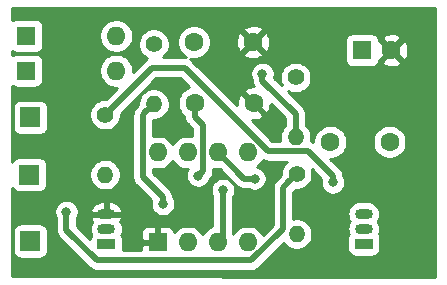
<source format=gbr>
G04 #@! TF.GenerationSoftware,KiCad,Pcbnew,(5.1.9)-1*
G04 #@! TF.CreationDate,2021-05-20T18:11:05+02:00*
G04 #@! TF.ProjectId,ZX81 Composite,5a583831-2043-46f6-9d70-6f736974652e,rev?*
G04 #@! TF.SameCoordinates,Original*
G04 #@! TF.FileFunction,Copper,L2,Bot*
G04 #@! TF.FilePolarity,Positive*
%FSLAX46Y46*%
G04 Gerber Fmt 4.6, Leading zero omitted, Abs format (unit mm)*
G04 Created by KiCad (PCBNEW (5.1.9)-1) date 2021-05-20 18:11:05*
%MOMM*%
%LPD*%
G01*
G04 APERTURE LIST*
G04 #@! TA.AperFunction,ComponentPad*
%ADD10C,1.400000*%
G04 #@! TD*
G04 #@! TA.AperFunction,ComponentPad*
%ADD11O,1.400000X1.400000*%
G04 #@! TD*
G04 #@! TA.AperFunction,ComponentPad*
%ADD12O,1.500000X0.900000*%
G04 #@! TD*
G04 #@! TA.AperFunction,ComponentPad*
%ADD13R,1.500000X0.900000*%
G04 #@! TD*
G04 #@! TA.AperFunction,ComponentPad*
%ADD14O,1.600000X1.600000*%
G04 #@! TD*
G04 #@! TA.AperFunction,ComponentPad*
%ADD15R,1.600000X1.600000*%
G04 #@! TD*
G04 #@! TA.AperFunction,ComponentPad*
%ADD16R,1.700000X1.700000*%
G04 #@! TD*
G04 #@! TA.AperFunction,ComponentPad*
%ADD17C,1.600000*%
G04 #@! TD*
G04 #@! TA.AperFunction,ViaPad*
%ADD18C,0.800000*%
G04 #@! TD*
G04 #@! TA.AperFunction,Conductor*
%ADD19C,0.500000*%
G04 #@! TD*
G04 #@! TA.AperFunction,Conductor*
%ADD20C,0.254000*%
G04 #@! TD*
G04 #@! TA.AperFunction,Conductor*
%ADD21C,0.100000*%
G04 #@! TD*
G04 APERTURE END LIST*
D10*
X63110000Y-51580000D03*
D11*
X63110000Y-56660000D03*
D12*
X63220600Y-61290200D03*
X63220600Y-60020200D03*
D13*
X63220600Y-62560200D03*
D14*
X64058800Y-44907200D03*
D15*
X56438800Y-44907200D03*
X56438800Y-47853600D03*
D14*
X64058800Y-47853600D03*
D16*
X56769000Y-62280800D03*
X56692800Y-56667400D03*
X56769000Y-51816000D03*
D13*
X85013800Y-62509400D03*
D12*
X85013800Y-59969400D03*
X85013800Y-61239400D03*
D17*
X87361400Y-46126400D03*
D15*
X84861400Y-46126400D03*
D17*
X75637400Y-45440600D03*
X70637400Y-45440600D03*
X82194400Y-53873400D03*
X87194400Y-53873400D03*
D10*
X79248000Y-48437800D03*
D11*
X79248000Y-53517800D03*
X79324200Y-61696600D03*
D10*
X79324200Y-56616600D03*
X67233800Y-45618400D03*
D11*
X67233800Y-50698400D03*
D17*
X75688200Y-50622200D03*
X70688200Y-50622200D03*
D14*
X67564000Y-54787800D03*
X75184000Y-62407800D03*
X70104000Y-54787800D03*
X72644000Y-62407800D03*
X72644000Y-54787800D03*
X70104000Y-62407800D03*
X75184000Y-54787800D03*
D15*
X67564000Y-62407800D03*
D18*
X82397600Y-57327800D03*
X70993000Y-56743600D03*
X75768200Y-56997600D03*
X76428600Y-48133000D03*
X73075800Y-57962800D03*
X59842400Y-59817000D03*
X67995800Y-59131200D03*
D19*
X80303286Y-54667801D02*
X76914003Y-54667801D01*
X82397600Y-57327800D02*
X82397600Y-56762115D01*
X82397600Y-56762115D02*
X80303286Y-54667801D01*
X76914003Y-54667801D02*
X69845802Y-47599600D01*
X67090400Y-47599600D02*
X63110000Y-51580000D01*
X69845802Y-47599600D02*
X67090400Y-47599600D01*
X70688200Y-51753570D02*
X70688200Y-50622200D01*
X71392999Y-52458369D02*
X70688200Y-51753570D01*
X71392999Y-56343601D02*
X71392999Y-52458369D01*
X70993000Y-56743600D02*
X71392999Y-56343601D01*
X74853800Y-56997600D02*
X72644000Y-54787800D01*
X75768200Y-56997600D02*
X74853800Y-56997600D01*
X79248000Y-52527851D02*
X79248000Y-53517800D01*
X79248000Y-51518085D02*
X79248000Y-52527851D01*
X76428600Y-48698685D02*
X79248000Y-51518085D01*
X76428600Y-48133000D02*
X76428600Y-48698685D01*
X73075800Y-61976000D02*
X72644000Y-62407800D01*
X73075800Y-57962800D02*
X73075800Y-61976000D01*
X59842400Y-61366400D02*
X62407800Y-63931800D01*
X59842400Y-59817000D02*
X59842400Y-61366400D01*
X78624201Y-57316599D02*
X79324200Y-56616600D01*
X78174199Y-57766601D02*
X78624201Y-57316599D01*
X78174199Y-61267603D02*
X78174199Y-57766601D01*
X75510002Y-63931800D02*
X78174199Y-61267603D01*
X62407800Y-63931800D02*
X75510002Y-63931800D01*
X66533801Y-51398399D02*
X67233800Y-50698400D01*
X66313999Y-51618201D02*
X66533801Y-51398399D01*
X66313999Y-56883714D02*
X66313999Y-51618201D01*
X67995800Y-58565515D02*
X66313999Y-56883714D01*
X67995800Y-59131200D02*
X67995800Y-58565515D01*
D20*
X91033329Y-65303348D02*
X55245297Y-65278852D01*
X55249364Y-61430800D01*
X55280928Y-61430800D01*
X55280928Y-63130800D01*
X55293188Y-63255282D01*
X55329498Y-63374980D01*
X55388463Y-63485294D01*
X55467815Y-63581985D01*
X55564506Y-63661337D01*
X55674820Y-63720302D01*
X55794518Y-63756612D01*
X55919000Y-63768872D01*
X57619000Y-63768872D01*
X57743482Y-63756612D01*
X57863180Y-63720302D01*
X57973494Y-63661337D01*
X58070185Y-63581985D01*
X58149537Y-63485294D01*
X58208502Y-63374980D01*
X58244812Y-63255282D01*
X58257072Y-63130800D01*
X58257072Y-61430800D01*
X58244812Y-61306318D01*
X58208502Y-61186620D01*
X58149537Y-61076306D01*
X58070185Y-60979615D01*
X57973494Y-60900263D01*
X57863180Y-60841298D01*
X57743482Y-60804988D01*
X57619000Y-60792728D01*
X55919000Y-60792728D01*
X55794518Y-60804988D01*
X55674820Y-60841298D01*
X55564506Y-60900263D01*
X55467815Y-60979615D01*
X55388463Y-61076306D01*
X55329498Y-61186620D01*
X55293188Y-61306318D01*
X55280928Y-61430800D01*
X55249364Y-61430800D01*
X55251178Y-59715061D01*
X58807400Y-59715061D01*
X58807400Y-59918939D01*
X58847174Y-60118898D01*
X58925195Y-60307256D01*
X58957400Y-60355455D01*
X58957401Y-61322921D01*
X58953119Y-61366400D01*
X58970205Y-61539890D01*
X59020812Y-61706713D01*
X59102990Y-61860459D01*
X59185868Y-61961446D01*
X59185871Y-61961449D01*
X59213584Y-61995217D01*
X59247351Y-62022929D01*
X61751270Y-64526849D01*
X61778983Y-64560617D01*
X61812751Y-64588330D01*
X61812753Y-64588332D01*
X61884252Y-64647010D01*
X61913741Y-64671211D01*
X62067487Y-64753389D01*
X62234310Y-64803995D01*
X62364323Y-64816800D01*
X62364333Y-64816800D01*
X62407799Y-64821081D01*
X62451265Y-64816800D01*
X75466533Y-64816800D01*
X75510002Y-64821081D01*
X75553471Y-64816800D01*
X75553479Y-64816800D01*
X75683492Y-64803995D01*
X75850315Y-64753389D01*
X76004061Y-64671211D01*
X76138819Y-64560617D01*
X76166536Y-64526844D01*
X78230573Y-62462808D01*
X78287238Y-62547613D01*
X78473187Y-62733562D01*
X78691841Y-62879661D01*
X78934795Y-62980296D01*
X79192714Y-63031600D01*
X79455686Y-63031600D01*
X79713605Y-62980296D01*
X79956559Y-62879661D01*
X80175213Y-62733562D01*
X80361162Y-62547613D01*
X80507261Y-62328959D01*
X80607896Y-62086005D01*
X80659200Y-61828086D01*
X80659200Y-61565114D01*
X80607896Y-61307195D01*
X80507261Y-61064241D01*
X80361162Y-60845587D01*
X80175213Y-60659638D01*
X79956559Y-60513539D01*
X79713605Y-60412904D01*
X79455686Y-60361600D01*
X79192714Y-60361600D01*
X79059199Y-60388158D01*
X79059199Y-59969400D01*
X83623551Y-59969400D01*
X83644500Y-60182097D01*
X83706541Y-60386620D01*
X83807291Y-60575110D01*
X83831329Y-60604400D01*
X83807291Y-60633690D01*
X83706541Y-60822180D01*
X83644500Y-61026703D01*
X83623551Y-61239400D01*
X83644500Y-61452097D01*
X83706541Y-61656620D01*
X83732807Y-61705760D01*
X83674298Y-61815220D01*
X83637988Y-61934918D01*
X83625728Y-62059400D01*
X83625728Y-62959400D01*
X83637988Y-63083882D01*
X83674298Y-63203580D01*
X83733263Y-63313894D01*
X83812615Y-63410585D01*
X83909306Y-63489937D01*
X84019620Y-63548902D01*
X84139318Y-63585212D01*
X84263800Y-63597472D01*
X85763800Y-63597472D01*
X85888282Y-63585212D01*
X86007980Y-63548902D01*
X86118294Y-63489937D01*
X86214985Y-63410585D01*
X86294337Y-63313894D01*
X86353302Y-63203580D01*
X86389612Y-63083882D01*
X86401872Y-62959400D01*
X86401872Y-62059400D01*
X86389612Y-61934918D01*
X86353302Y-61815220D01*
X86294793Y-61705760D01*
X86321059Y-61656620D01*
X86383100Y-61452097D01*
X86404049Y-61239400D01*
X86383100Y-61026703D01*
X86321059Y-60822180D01*
X86220309Y-60633690D01*
X86196271Y-60604400D01*
X86220309Y-60575110D01*
X86321059Y-60386620D01*
X86383100Y-60182097D01*
X86404049Y-59969400D01*
X86383100Y-59756703D01*
X86321059Y-59552180D01*
X86220309Y-59363690D01*
X86084722Y-59198478D01*
X85919510Y-59062891D01*
X85731020Y-58962141D01*
X85526497Y-58900100D01*
X85367094Y-58884400D01*
X84660506Y-58884400D01*
X84501103Y-58900100D01*
X84296580Y-58962141D01*
X84108090Y-59062891D01*
X83942878Y-59198478D01*
X83807291Y-59363690D01*
X83706541Y-59552180D01*
X83644500Y-59756703D01*
X83623551Y-59969400D01*
X79059199Y-59969400D01*
X79059199Y-58133179D01*
X79240778Y-57951600D01*
X79455686Y-57951600D01*
X79713605Y-57900296D01*
X79956559Y-57799661D01*
X80175213Y-57653562D01*
X80361162Y-57467613D01*
X80507261Y-57248959D01*
X80607896Y-57006005D01*
X80659200Y-56748086D01*
X80659200Y-56485114D01*
X80607896Y-56227195D01*
X80605629Y-56221723D01*
X81404551Y-57020645D01*
X81402374Y-57025902D01*
X81362600Y-57225861D01*
X81362600Y-57429739D01*
X81402374Y-57629698D01*
X81480395Y-57818056D01*
X81593663Y-57987574D01*
X81737826Y-58131737D01*
X81907344Y-58245005D01*
X82095702Y-58323026D01*
X82295661Y-58362800D01*
X82499539Y-58362800D01*
X82699498Y-58323026D01*
X82887856Y-58245005D01*
X83057374Y-58131737D01*
X83201537Y-57987574D01*
X83314805Y-57818056D01*
X83392826Y-57629698D01*
X83432600Y-57429739D01*
X83432600Y-57225861D01*
X83392826Y-57025902D01*
X83314805Y-56837544D01*
X83283994Y-56791431D01*
X83286881Y-56762114D01*
X83282600Y-56718648D01*
X83282600Y-56718638D01*
X83269795Y-56588625D01*
X83219189Y-56421802D01*
X83137011Y-56268056D01*
X83026417Y-56133298D01*
X82992649Y-56105585D01*
X82195464Y-55308400D01*
X82335735Y-55308400D01*
X82612974Y-55253253D01*
X82874127Y-55145080D01*
X83109159Y-54988037D01*
X83309037Y-54788159D01*
X83466080Y-54553127D01*
X83574253Y-54291974D01*
X83629400Y-54014735D01*
X83629400Y-53732065D01*
X85759400Y-53732065D01*
X85759400Y-54014735D01*
X85814547Y-54291974D01*
X85922720Y-54553127D01*
X86079763Y-54788159D01*
X86279641Y-54988037D01*
X86514673Y-55145080D01*
X86775826Y-55253253D01*
X87053065Y-55308400D01*
X87335735Y-55308400D01*
X87612974Y-55253253D01*
X87874127Y-55145080D01*
X88109159Y-54988037D01*
X88309037Y-54788159D01*
X88466080Y-54553127D01*
X88574253Y-54291974D01*
X88629400Y-54014735D01*
X88629400Y-53732065D01*
X88574253Y-53454826D01*
X88466080Y-53193673D01*
X88309037Y-52958641D01*
X88109159Y-52758763D01*
X87874127Y-52601720D01*
X87612974Y-52493547D01*
X87335735Y-52438400D01*
X87053065Y-52438400D01*
X86775826Y-52493547D01*
X86514673Y-52601720D01*
X86279641Y-52758763D01*
X86079763Y-52958641D01*
X85922720Y-53193673D01*
X85814547Y-53454826D01*
X85759400Y-53732065D01*
X83629400Y-53732065D01*
X83574253Y-53454826D01*
X83466080Y-53193673D01*
X83309037Y-52958641D01*
X83109159Y-52758763D01*
X82874127Y-52601720D01*
X82612974Y-52493547D01*
X82335735Y-52438400D01*
X82053065Y-52438400D01*
X81775826Y-52493547D01*
X81514673Y-52601720D01*
X81279641Y-52758763D01*
X81079763Y-52958641D01*
X80922720Y-53193673D01*
X80814547Y-53454826D01*
X80759400Y-53732065D01*
X80759400Y-53908108D01*
X80643599Y-53846212D01*
X80549506Y-53817669D01*
X80583000Y-53649286D01*
X80583000Y-53386314D01*
X80531696Y-53128395D01*
X80431061Y-52885441D01*
X80284962Y-52666787D01*
X80133000Y-52514825D01*
X80133000Y-51561554D01*
X80137281Y-51518085D01*
X80133000Y-51474616D01*
X80133000Y-51474608D01*
X80120195Y-51344595D01*
X80069589Y-51177772D01*
X79987411Y-51024026D01*
X79876817Y-50889268D01*
X79843050Y-50861556D01*
X78575601Y-49594107D01*
X78615641Y-49620861D01*
X78858595Y-49721496D01*
X79116514Y-49772800D01*
X79379486Y-49772800D01*
X79637405Y-49721496D01*
X79880359Y-49620861D01*
X80099013Y-49474762D01*
X80284962Y-49288813D01*
X80431061Y-49070159D01*
X80531696Y-48827205D01*
X80583000Y-48569286D01*
X80583000Y-48306314D01*
X80531696Y-48048395D01*
X80431061Y-47805441D01*
X80284962Y-47586787D01*
X80099013Y-47400838D01*
X79880359Y-47254739D01*
X79637405Y-47154104D01*
X79379486Y-47102800D01*
X79116514Y-47102800D01*
X78858595Y-47154104D01*
X78615641Y-47254739D01*
X78396987Y-47400838D01*
X78211038Y-47586787D01*
X78064939Y-47805441D01*
X77964304Y-48048395D01*
X77913000Y-48306314D01*
X77913000Y-48569286D01*
X77964304Y-48827205D01*
X78064939Y-49070159D01*
X78091693Y-49110200D01*
X77421648Y-48440155D01*
X77423826Y-48434898D01*
X77463600Y-48234939D01*
X77463600Y-48031061D01*
X77423826Y-47831102D01*
X77345805Y-47642744D01*
X77232537Y-47473226D01*
X77088374Y-47329063D01*
X76918856Y-47215795D01*
X76730498Y-47137774D01*
X76530539Y-47098000D01*
X76326661Y-47098000D01*
X76126702Y-47137774D01*
X75938344Y-47215795D01*
X75768826Y-47329063D01*
X75624663Y-47473226D01*
X75511395Y-47642744D01*
X75433374Y-47831102D01*
X75393600Y-48031061D01*
X75393600Y-48234939D01*
X75433374Y-48434898D01*
X75511395Y-48623256D01*
X75542206Y-48669368D01*
X75539319Y-48698685D01*
X75543600Y-48742154D01*
X75543600Y-48742162D01*
X75556405Y-48872175D01*
X75607011Y-49038998D01*
X75685217Y-49185312D01*
X75617688Y-49181983D01*
X75338070Y-49223413D01*
X75071908Y-49318597D01*
X74946686Y-49385529D01*
X74875103Y-49629498D01*
X75688200Y-50442595D01*
X75702343Y-50428453D01*
X75881948Y-50608058D01*
X75867805Y-50622200D01*
X76680902Y-51435297D01*
X76924871Y-51363714D01*
X77045771Y-51108204D01*
X77114500Y-50834016D01*
X77123795Y-50645458D01*
X78363000Y-51884664D01*
X78363001Y-52484366D01*
X78363000Y-52484375D01*
X78363000Y-52514825D01*
X78211038Y-52666787D01*
X78064939Y-52885441D01*
X77964304Y-53128395D01*
X77913000Y-53386314D01*
X77913000Y-53649286D01*
X77939558Y-53782801D01*
X77280582Y-53782801D01*
X75549905Y-52052124D01*
X75758712Y-52062417D01*
X76038330Y-52020987D01*
X76304492Y-51925803D01*
X76429714Y-51858871D01*
X76501297Y-51614902D01*
X75688200Y-50801805D01*
X75674058Y-50815948D01*
X75494453Y-50636343D01*
X75508595Y-50622200D01*
X74695498Y-49809103D01*
X74451529Y-49880686D01*
X74330629Y-50136196D01*
X74261900Y-50410384D01*
X74247983Y-50692712D01*
X74257983Y-50760202D01*
X70502336Y-47004556D01*
X70474619Y-46970783D01*
X70339861Y-46860189D01*
X70293196Y-46835246D01*
X70496065Y-46875600D01*
X70778735Y-46875600D01*
X71055974Y-46820453D01*
X71317127Y-46712280D01*
X71552159Y-46555237D01*
X71674094Y-46433302D01*
X74824303Y-46433302D01*
X74895886Y-46677271D01*
X75151396Y-46798171D01*
X75425584Y-46866900D01*
X75707912Y-46880817D01*
X75987530Y-46839387D01*
X76253692Y-46744203D01*
X76378914Y-46677271D01*
X76450497Y-46433302D01*
X75637400Y-45620205D01*
X74824303Y-46433302D01*
X71674094Y-46433302D01*
X71752037Y-46355359D01*
X71909080Y-46120327D01*
X72017253Y-45859174D01*
X72072400Y-45581935D01*
X72072400Y-45511112D01*
X74197183Y-45511112D01*
X74238613Y-45790730D01*
X74333797Y-46056892D01*
X74400729Y-46182114D01*
X74644698Y-46253697D01*
X75457795Y-45440600D01*
X75817005Y-45440600D01*
X76630102Y-46253697D01*
X76874071Y-46182114D01*
X76994971Y-45926604D01*
X77063700Y-45652416D01*
X77077617Y-45370088D01*
X77071144Y-45326400D01*
X83423328Y-45326400D01*
X83423328Y-46926400D01*
X83435588Y-47050882D01*
X83471898Y-47170580D01*
X83530863Y-47280894D01*
X83610215Y-47377585D01*
X83706906Y-47456937D01*
X83817220Y-47515902D01*
X83936918Y-47552212D01*
X84061400Y-47564472D01*
X85661400Y-47564472D01*
X85785882Y-47552212D01*
X85905580Y-47515902D01*
X86015894Y-47456937D01*
X86112585Y-47377585D01*
X86191937Y-47280894D01*
X86250902Y-47170580D01*
X86266517Y-47119102D01*
X86548303Y-47119102D01*
X86619886Y-47363071D01*
X86875396Y-47483971D01*
X87149584Y-47552700D01*
X87431912Y-47566617D01*
X87711530Y-47525187D01*
X87977692Y-47430003D01*
X88102914Y-47363071D01*
X88174497Y-47119102D01*
X87361400Y-46306005D01*
X86548303Y-47119102D01*
X86266517Y-47119102D01*
X86287212Y-47050882D01*
X86299472Y-46926400D01*
X86299472Y-46919185D01*
X86368698Y-46939497D01*
X87181795Y-46126400D01*
X87541005Y-46126400D01*
X88354102Y-46939497D01*
X88598071Y-46867914D01*
X88718971Y-46612404D01*
X88787700Y-46338216D01*
X88801617Y-46055888D01*
X88760187Y-45776270D01*
X88665003Y-45510108D01*
X88598071Y-45384886D01*
X88354102Y-45313303D01*
X87541005Y-46126400D01*
X87181795Y-46126400D01*
X86368698Y-45313303D01*
X86299472Y-45333615D01*
X86299472Y-45326400D01*
X86287212Y-45201918D01*
X86266518Y-45133698D01*
X86548303Y-45133698D01*
X87361400Y-45946795D01*
X88174497Y-45133698D01*
X88102914Y-44889729D01*
X87847404Y-44768829D01*
X87573216Y-44700100D01*
X87290888Y-44686183D01*
X87011270Y-44727613D01*
X86745108Y-44822797D01*
X86619886Y-44889729D01*
X86548303Y-45133698D01*
X86266518Y-45133698D01*
X86250902Y-45082220D01*
X86191937Y-44971906D01*
X86112585Y-44875215D01*
X86015894Y-44795863D01*
X85905580Y-44736898D01*
X85785882Y-44700588D01*
X85661400Y-44688328D01*
X84061400Y-44688328D01*
X83936918Y-44700588D01*
X83817220Y-44736898D01*
X83706906Y-44795863D01*
X83610215Y-44875215D01*
X83530863Y-44971906D01*
X83471898Y-45082220D01*
X83435588Y-45201918D01*
X83423328Y-45326400D01*
X77071144Y-45326400D01*
X77036187Y-45090470D01*
X76941003Y-44824308D01*
X76874071Y-44699086D01*
X76630102Y-44627503D01*
X75817005Y-45440600D01*
X75457795Y-45440600D01*
X74644698Y-44627503D01*
X74400729Y-44699086D01*
X74279829Y-44954596D01*
X74211100Y-45228784D01*
X74197183Y-45511112D01*
X72072400Y-45511112D01*
X72072400Y-45299265D01*
X72017253Y-45022026D01*
X71909080Y-44760873D01*
X71752037Y-44525841D01*
X71674094Y-44447898D01*
X74824303Y-44447898D01*
X75637400Y-45260995D01*
X76450497Y-44447898D01*
X76378914Y-44203929D01*
X76123404Y-44083029D01*
X75849216Y-44014300D01*
X75566888Y-44000383D01*
X75287270Y-44041813D01*
X75021108Y-44136997D01*
X74895886Y-44203929D01*
X74824303Y-44447898D01*
X71674094Y-44447898D01*
X71552159Y-44325963D01*
X71317127Y-44168920D01*
X71055974Y-44060747D01*
X70778735Y-44005600D01*
X70496065Y-44005600D01*
X70218826Y-44060747D01*
X69957673Y-44168920D01*
X69722641Y-44325963D01*
X69522763Y-44525841D01*
X69365720Y-44760873D01*
X69257547Y-45022026D01*
X69202400Y-45299265D01*
X69202400Y-45581935D01*
X69257547Y-45859174D01*
X69365720Y-46120327D01*
X69522763Y-46355359D01*
X69722641Y-46555237D01*
X69957673Y-46712280D01*
X69986357Y-46724161D01*
X69889279Y-46714600D01*
X69889271Y-46714600D01*
X69845802Y-46710319D01*
X69802333Y-46714600D01*
X67996157Y-46714600D01*
X68084813Y-46655362D01*
X68270762Y-46469413D01*
X68416861Y-46250759D01*
X68517496Y-46007805D01*
X68568800Y-45749886D01*
X68568800Y-45486914D01*
X68517496Y-45228995D01*
X68416861Y-44986041D01*
X68270762Y-44767387D01*
X68084813Y-44581438D01*
X67866159Y-44435339D01*
X67623205Y-44334704D01*
X67365286Y-44283400D01*
X67102314Y-44283400D01*
X66844395Y-44334704D01*
X66601441Y-44435339D01*
X66382787Y-44581438D01*
X66196838Y-44767387D01*
X66050739Y-44986041D01*
X65950104Y-45228995D01*
X65898800Y-45486914D01*
X65898800Y-45749886D01*
X65950104Y-46007805D01*
X66050739Y-46250759D01*
X66196838Y-46469413D01*
X66382787Y-46655362D01*
X66601441Y-46801461D01*
X66660470Y-46825912D01*
X66596341Y-46860189D01*
X66495353Y-46943068D01*
X66495351Y-46943070D01*
X66461583Y-46970783D01*
X66433870Y-47004551D01*
X65493800Y-47944621D01*
X65493800Y-47712265D01*
X65438653Y-47435026D01*
X65330480Y-47173873D01*
X65173437Y-46938841D01*
X64973559Y-46738963D01*
X64738527Y-46581920D01*
X64477374Y-46473747D01*
X64200135Y-46418600D01*
X63917465Y-46418600D01*
X63640226Y-46473747D01*
X63379073Y-46581920D01*
X63144041Y-46738963D01*
X62944163Y-46938841D01*
X62787120Y-47173873D01*
X62678947Y-47435026D01*
X62623800Y-47712265D01*
X62623800Y-47994935D01*
X62678947Y-48272174D01*
X62787120Y-48533327D01*
X62944163Y-48768359D01*
X63144041Y-48968237D01*
X63379073Y-49125280D01*
X63640226Y-49233453D01*
X63917465Y-49288600D01*
X64149822Y-49288600D01*
X63193422Y-50245000D01*
X62978514Y-50245000D01*
X62720595Y-50296304D01*
X62477641Y-50396939D01*
X62258987Y-50543038D01*
X62073038Y-50728987D01*
X61926939Y-50947641D01*
X61826304Y-51190595D01*
X61775000Y-51448514D01*
X61775000Y-51711486D01*
X61826304Y-51969405D01*
X61926939Y-52212359D01*
X62073038Y-52431013D01*
X62258987Y-52616962D01*
X62477641Y-52763061D01*
X62720595Y-52863696D01*
X62978514Y-52915000D01*
X63241486Y-52915000D01*
X63499405Y-52863696D01*
X63742359Y-52763061D01*
X63961013Y-52616962D01*
X64146962Y-52431013D01*
X64293061Y-52212359D01*
X64393696Y-51969405D01*
X64445000Y-51711486D01*
X64445000Y-51496578D01*
X67456979Y-48484600D01*
X69479224Y-48484600D01*
X70246535Y-49251911D01*
X70008473Y-49350520D01*
X69773441Y-49507563D01*
X69573563Y-49707441D01*
X69416520Y-49942473D01*
X69308347Y-50203626D01*
X69253200Y-50480865D01*
X69253200Y-50763535D01*
X69308347Y-51040774D01*
X69416520Y-51301927D01*
X69573563Y-51536959D01*
X69773441Y-51736837D01*
X69798950Y-51753881D01*
X69803200Y-51797039D01*
X69803200Y-51797046D01*
X69816005Y-51927059D01*
X69866611Y-52093882D01*
X69948789Y-52247628D01*
X70059383Y-52382387D01*
X70093156Y-52410104D01*
X70508000Y-52824949D01*
X70508000Y-53405048D01*
X70245335Y-53352800D01*
X69962665Y-53352800D01*
X69685426Y-53407947D01*
X69424273Y-53516120D01*
X69189241Y-53673163D01*
X68989363Y-53873041D01*
X68834000Y-54105559D01*
X68678637Y-53873041D01*
X68478759Y-53673163D01*
X68243727Y-53516120D01*
X67982574Y-53407947D01*
X67705335Y-53352800D01*
X67422665Y-53352800D01*
X67198999Y-53397291D01*
X67198999Y-52033400D01*
X67365286Y-52033400D01*
X67623205Y-51982096D01*
X67866159Y-51881461D01*
X68084813Y-51735362D01*
X68270762Y-51549413D01*
X68416861Y-51330759D01*
X68517496Y-51087805D01*
X68568800Y-50829886D01*
X68568800Y-50566914D01*
X68517496Y-50308995D01*
X68416861Y-50066041D01*
X68270762Y-49847387D01*
X68084813Y-49661438D01*
X67866159Y-49515339D01*
X67623205Y-49414704D01*
X67365286Y-49363400D01*
X67102314Y-49363400D01*
X66844395Y-49414704D01*
X66601441Y-49515339D01*
X66382787Y-49661438D01*
X66196838Y-49847387D01*
X66050739Y-50066041D01*
X65950104Y-50308995D01*
X65898800Y-50566914D01*
X65898800Y-50781822D01*
X65718951Y-50961671D01*
X65685183Y-50989384D01*
X65657470Y-51023152D01*
X65657467Y-51023155D01*
X65574589Y-51124142D01*
X65492411Y-51277888D01*
X65441804Y-51444711D01*
X65424718Y-51618201D01*
X65429000Y-51661680D01*
X65428999Y-56840245D01*
X65424718Y-56883714D01*
X65428999Y-56927183D01*
X65428999Y-56927190D01*
X65435934Y-56997599D01*
X65441804Y-57057204D01*
X65454647Y-57099539D01*
X65492410Y-57224026D01*
X65574588Y-57377772D01*
X65685182Y-57512531D01*
X65718955Y-57540248D01*
X67002751Y-58824045D01*
X67000574Y-58829302D01*
X66960800Y-59029261D01*
X66960800Y-59233139D01*
X67000574Y-59433098D01*
X67078595Y-59621456D01*
X67191863Y-59790974D01*
X67336026Y-59935137D01*
X67505544Y-60048405D01*
X67693902Y-60126426D01*
X67893861Y-60166200D01*
X68097739Y-60166200D01*
X68297698Y-60126426D01*
X68486056Y-60048405D01*
X68655574Y-59935137D01*
X68799737Y-59790974D01*
X68913005Y-59621456D01*
X68991026Y-59433098D01*
X69030800Y-59233139D01*
X69030800Y-59029261D01*
X68991026Y-58829302D01*
X68913005Y-58640944D01*
X68882194Y-58594832D01*
X68885081Y-58565515D01*
X68880800Y-58522046D01*
X68880800Y-58522038D01*
X68867995Y-58392025D01*
X68817389Y-58225202D01*
X68735211Y-58071456D01*
X68715909Y-58047937D01*
X68652332Y-57970468D01*
X68652330Y-57970466D01*
X68624617Y-57936698D01*
X68590849Y-57908985D01*
X67198999Y-56517136D01*
X67198999Y-56178309D01*
X67422665Y-56222800D01*
X67705335Y-56222800D01*
X67982574Y-56167653D01*
X68243727Y-56059480D01*
X68478759Y-55902437D01*
X68678637Y-55702559D01*
X68834000Y-55470041D01*
X68989363Y-55702559D01*
X69189241Y-55902437D01*
X69424273Y-56059480D01*
X69685426Y-56167653D01*
X69962665Y-56222800D01*
X70096204Y-56222800D01*
X70075795Y-56253344D01*
X69997774Y-56441702D01*
X69958000Y-56641661D01*
X69958000Y-56845539D01*
X69997774Y-57045498D01*
X70075795Y-57233856D01*
X70189063Y-57403374D01*
X70333226Y-57547537D01*
X70502744Y-57660805D01*
X70691102Y-57738826D01*
X70891061Y-57778600D01*
X71094939Y-57778600D01*
X71294898Y-57738826D01*
X71483256Y-57660805D01*
X71652774Y-57547537D01*
X71796937Y-57403374D01*
X71910205Y-57233856D01*
X71988226Y-57045498D01*
X71999045Y-56991105D01*
X72021816Y-56972418D01*
X72132410Y-56837660D01*
X72214588Y-56683914D01*
X72265194Y-56517091D01*
X72277999Y-56387078D01*
X72277999Y-56387068D01*
X72282280Y-56343602D01*
X72277999Y-56300135D01*
X72277999Y-56178111D01*
X72502665Y-56222800D01*
X72785335Y-56222800D01*
X72820439Y-56215817D01*
X74197270Y-57592649D01*
X74224983Y-57626417D01*
X74258751Y-57654130D01*
X74258753Y-57654132D01*
X74321105Y-57705303D01*
X74359741Y-57737011D01*
X74513487Y-57819189D01*
X74680310Y-57869795D01*
X74810323Y-57882600D01*
X74810333Y-57882600D01*
X74853799Y-57886881D01*
X74897265Y-57882600D01*
X75229746Y-57882600D01*
X75277944Y-57914805D01*
X75466302Y-57992826D01*
X75666261Y-58032600D01*
X75870139Y-58032600D01*
X76070098Y-57992826D01*
X76258456Y-57914805D01*
X76427974Y-57801537D01*
X76572137Y-57657374D01*
X76685405Y-57487856D01*
X76763426Y-57299498D01*
X76803200Y-57099539D01*
X76803200Y-56895661D01*
X76763426Y-56695702D01*
X76685405Y-56507344D01*
X76572137Y-56337826D01*
X76427974Y-56193663D01*
X76258456Y-56080395D01*
X76070098Y-56002374D01*
X75976928Y-55983842D01*
X76098759Y-55902437D01*
X76298637Y-55702559D01*
X76455680Y-55467527D01*
X76469657Y-55433784D01*
X76573690Y-55489390D01*
X76740513Y-55539996D01*
X76870526Y-55552801D01*
X76870534Y-55552801D01*
X76914003Y-55557082D01*
X76957472Y-55552801D01*
X78513352Y-55552801D01*
X78473187Y-55579638D01*
X78287238Y-55765587D01*
X78141139Y-55984241D01*
X78040504Y-56227195D01*
X77989200Y-56485114D01*
X77989200Y-56700022D01*
X77579151Y-57110071D01*
X77545383Y-57137784D01*
X77517670Y-57171552D01*
X77517667Y-57171555D01*
X77434789Y-57272542D01*
X77352611Y-57426288D01*
X77302004Y-57593111D01*
X77284918Y-57766601D01*
X77289200Y-57810080D01*
X77289199Y-60901024D01*
X76457575Y-61732648D01*
X76455680Y-61728073D01*
X76298637Y-61493041D01*
X76098759Y-61293163D01*
X75863727Y-61136120D01*
X75602574Y-61027947D01*
X75325335Y-60972800D01*
X75042665Y-60972800D01*
X74765426Y-61027947D01*
X74504273Y-61136120D01*
X74269241Y-61293163D01*
X74069363Y-61493041D01*
X73960800Y-61655517D01*
X73960800Y-58501254D01*
X73993005Y-58453056D01*
X74071026Y-58264698D01*
X74110800Y-58064739D01*
X74110800Y-57860861D01*
X74071026Y-57660902D01*
X73993005Y-57472544D01*
X73879737Y-57303026D01*
X73735574Y-57158863D01*
X73566056Y-57045595D01*
X73377698Y-56967574D01*
X73177739Y-56927800D01*
X72973861Y-56927800D01*
X72773902Y-56967574D01*
X72585544Y-57045595D01*
X72416026Y-57158863D01*
X72271863Y-57303026D01*
X72158595Y-57472544D01*
X72080574Y-57660902D01*
X72040800Y-57860861D01*
X72040800Y-58064739D01*
X72080574Y-58264698D01*
X72158595Y-58453056D01*
X72190800Y-58501255D01*
X72190801Y-61042289D01*
X71964273Y-61136120D01*
X71729241Y-61293163D01*
X71529363Y-61493041D01*
X71374000Y-61725559D01*
X71218637Y-61493041D01*
X71018759Y-61293163D01*
X70783727Y-61136120D01*
X70522574Y-61027947D01*
X70245335Y-60972800D01*
X69962665Y-60972800D01*
X69685426Y-61027947D01*
X69424273Y-61136120D01*
X69189241Y-61293163D01*
X68990643Y-61491761D01*
X68989812Y-61483318D01*
X68953502Y-61363620D01*
X68894537Y-61253306D01*
X68815185Y-61156615D01*
X68718494Y-61077263D01*
X68608180Y-61018298D01*
X68488482Y-60981988D01*
X68364000Y-60969728D01*
X67849750Y-60972800D01*
X67691000Y-61131550D01*
X67691000Y-62280800D01*
X67711000Y-62280800D01*
X67711000Y-62534800D01*
X67691000Y-62534800D01*
X67691000Y-62554800D01*
X67437000Y-62554800D01*
X67437000Y-62534800D01*
X66287750Y-62534800D01*
X66129000Y-62693550D01*
X66126890Y-63046800D01*
X64605067Y-63046800D01*
X64608672Y-63010200D01*
X64608672Y-62110200D01*
X64596412Y-61985718D01*
X64560102Y-61866020D01*
X64501593Y-61756560D01*
X64527859Y-61707420D01*
X64558078Y-61607800D01*
X66125928Y-61607800D01*
X66129000Y-62122050D01*
X66287750Y-62280800D01*
X67437000Y-62280800D01*
X67437000Y-61131550D01*
X67278250Y-60972800D01*
X66764000Y-60969728D01*
X66639518Y-60981988D01*
X66519820Y-61018298D01*
X66409506Y-61077263D01*
X66312815Y-61156615D01*
X66233463Y-61253306D01*
X66174498Y-61363620D01*
X66138188Y-61483318D01*
X66125928Y-61607800D01*
X64558078Y-61607800D01*
X64589900Y-61502897D01*
X64610849Y-61290200D01*
X64589900Y-61077503D01*
X64527859Y-60872980D01*
X64427109Y-60684490D01*
X64404063Y-60656408D01*
X64493302Y-60517397D01*
X64565008Y-60314201D01*
X64438102Y-60147200D01*
X63347600Y-60147200D01*
X63347600Y-60167200D01*
X63093600Y-60167200D01*
X63093600Y-60147200D01*
X62003098Y-60147200D01*
X61876192Y-60314201D01*
X61947898Y-60517397D01*
X62037137Y-60656408D01*
X62014091Y-60684490D01*
X61913341Y-60872980D01*
X61851300Y-61077503D01*
X61830351Y-61290200D01*
X61851300Y-61502897D01*
X61913341Y-61707420D01*
X61939607Y-61756560D01*
X61881098Y-61866020D01*
X61844788Y-61985718D01*
X61832999Y-62105420D01*
X60727400Y-60999822D01*
X60727400Y-60355454D01*
X60759605Y-60307256D01*
X60837626Y-60118898D01*
X60877400Y-59918939D01*
X60877400Y-59726199D01*
X61876192Y-59726199D01*
X62003098Y-59893200D01*
X63093600Y-59893200D01*
X63093600Y-58935200D01*
X63347600Y-58935200D01*
X63347600Y-59893200D01*
X64438102Y-59893200D01*
X64565008Y-59726199D01*
X64493302Y-59523003D01*
X64377614Y-59342792D01*
X64228991Y-59188613D01*
X64053145Y-59066391D01*
X63856833Y-58980824D01*
X63647600Y-58935200D01*
X63347600Y-58935200D01*
X63093600Y-58935200D01*
X62793600Y-58935200D01*
X62584367Y-58980824D01*
X62388055Y-59066391D01*
X62212209Y-59188613D01*
X62063586Y-59342792D01*
X61947898Y-59523003D01*
X61876192Y-59726199D01*
X60877400Y-59726199D01*
X60877400Y-59715061D01*
X60837626Y-59515102D01*
X60759605Y-59326744D01*
X60646337Y-59157226D01*
X60502174Y-59013063D01*
X60332656Y-58899795D01*
X60144298Y-58821774D01*
X59944339Y-58782000D01*
X59740461Y-58782000D01*
X59540502Y-58821774D01*
X59352144Y-58899795D01*
X59182626Y-59013063D01*
X59038463Y-59157226D01*
X58925195Y-59326744D01*
X58847174Y-59515102D01*
X58807400Y-59715061D01*
X55251178Y-59715061D01*
X55253244Y-57761401D01*
X55253298Y-57761580D01*
X55312263Y-57871894D01*
X55391615Y-57968585D01*
X55488306Y-58047937D01*
X55598620Y-58106902D01*
X55718318Y-58143212D01*
X55842800Y-58155472D01*
X57542800Y-58155472D01*
X57667282Y-58143212D01*
X57786980Y-58106902D01*
X57897294Y-58047937D01*
X57993985Y-57968585D01*
X58073337Y-57871894D01*
X58132302Y-57761580D01*
X58168612Y-57641882D01*
X58180872Y-57517400D01*
X58180872Y-56528514D01*
X61775000Y-56528514D01*
X61775000Y-56791486D01*
X61826304Y-57049405D01*
X61926939Y-57292359D01*
X62073038Y-57511013D01*
X62258987Y-57696962D01*
X62477641Y-57843061D01*
X62720595Y-57943696D01*
X62978514Y-57995000D01*
X63241486Y-57995000D01*
X63499405Y-57943696D01*
X63742359Y-57843061D01*
X63961013Y-57696962D01*
X64146962Y-57511013D01*
X64293061Y-57292359D01*
X64393696Y-57049405D01*
X64445000Y-56791486D01*
X64445000Y-56528514D01*
X64393696Y-56270595D01*
X64293061Y-56027641D01*
X64146962Y-55808987D01*
X63961013Y-55623038D01*
X63742359Y-55476939D01*
X63499405Y-55376304D01*
X63241486Y-55325000D01*
X62978514Y-55325000D01*
X62720595Y-55376304D01*
X62477641Y-55476939D01*
X62258987Y-55623038D01*
X62073038Y-55808987D01*
X61926939Y-56027641D01*
X61826304Y-56270595D01*
X61775000Y-56528514D01*
X58180872Y-56528514D01*
X58180872Y-55817400D01*
X58168612Y-55692918D01*
X58132302Y-55573220D01*
X58073337Y-55462906D01*
X57993985Y-55366215D01*
X57897294Y-55286863D01*
X57786980Y-55227898D01*
X57667282Y-55191588D01*
X57542800Y-55179328D01*
X55842800Y-55179328D01*
X55718318Y-55191588D01*
X55598620Y-55227898D01*
X55488306Y-55286863D01*
X55391615Y-55366215D01*
X55312263Y-55462906D01*
X55255561Y-55568986D01*
X55260426Y-50966000D01*
X55280928Y-50966000D01*
X55280928Y-52666000D01*
X55293188Y-52790482D01*
X55329498Y-52910180D01*
X55388463Y-53020494D01*
X55467815Y-53117185D01*
X55564506Y-53196537D01*
X55674820Y-53255502D01*
X55794518Y-53291812D01*
X55919000Y-53304072D01*
X57619000Y-53304072D01*
X57743482Y-53291812D01*
X57863180Y-53255502D01*
X57973494Y-53196537D01*
X58070185Y-53117185D01*
X58149537Y-53020494D01*
X58208502Y-52910180D01*
X58244812Y-52790482D01*
X58257072Y-52666000D01*
X58257072Y-50966000D01*
X58244812Y-50841518D01*
X58208502Y-50721820D01*
X58149537Y-50611506D01*
X58070185Y-50514815D01*
X57973494Y-50435463D01*
X57863180Y-50376498D01*
X57743482Y-50340188D01*
X57619000Y-50327928D01*
X55919000Y-50327928D01*
X55794518Y-50340188D01*
X55674820Y-50376498D01*
X55564506Y-50435463D01*
X55467815Y-50514815D01*
X55388463Y-50611506D01*
X55329498Y-50721820D01*
X55293188Y-50841518D01*
X55280928Y-50966000D01*
X55260426Y-50966000D01*
X55262329Y-49166101D01*
X55284306Y-49184137D01*
X55394620Y-49243102D01*
X55514318Y-49279412D01*
X55638800Y-49291672D01*
X57238800Y-49291672D01*
X57363282Y-49279412D01*
X57482980Y-49243102D01*
X57593294Y-49184137D01*
X57689985Y-49104785D01*
X57769337Y-49008094D01*
X57828302Y-48897780D01*
X57864612Y-48778082D01*
X57876872Y-48653600D01*
X57876872Y-47053600D01*
X57864612Y-46929118D01*
X57828302Y-46809420D01*
X57769337Y-46699106D01*
X57689985Y-46602415D01*
X57593294Y-46523063D01*
X57482980Y-46464098D01*
X57363282Y-46427788D01*
X57238800Y-46415528D01*
X55638800Y-46415528D01*
X55514318Y-46427788D01*
X55394620Y-46464098D01*
X55284306Y-46523063D01*
X55265107Y-46538820D01*
X55265441Y-46222255D01*
X55284306Y-46237737D01*
X55394620Y-46296702D01*
X55514318Y-46333012D01*
X55638800Y-46345272D01*
X57238800Y-46345272D01*
X57363282Y-46333012D01*
X57482980Y-46296702D01*
X57593294Y-46237737D01*
X57689985Y-46158385D01*
X57769337Y-46061694D01*
X57828302Y-45951380D01*
X57864612Y-45831682D01*
X57876872Y-45707200D01*
X57876872Y-44765865D01*
X62623800Y-44765865D01*
X62623800Y-45048535D01*
X62678947Y-45325774D01*
X62787120Y-45586927D01*
X62944163Y-45821959D01*
X63144041Y-46021837D01*
X63379073Y-46178880D01*
X63640226Y-46287053D01*
X63917465Y-46342200D01*
X64200135Y-46342200D01*
X64477374Y-46287053D01*
X64738527Y-46178880D01*
X64973559Y-46021837D01*
X65173437Y-45821959D01*
X65330480Y-45586927D01*
X65438653Y-45325774D01*
X65493800Y-45048535D01*
X65493800Y-44765865D01*
X65438653Y-44488626D01*
X65330480Y-44227473D01*
X65173437Y-43992441D01*
X64973559Y-43792563D01*
X64738527Y-43635520D01*
X64477374Y-43527347D01*
X64200135Y-43472200D01*
X63917465Y-43472200D01*
X63640226Y-43527347D01*
X63379073Y-43635520D01*
X63144041Y-43792563D01*
X62944163Y-43992441D01*
X62787120Y-44227473D01*
X62678947Y-44488626D01*
X62623800Y-44765865D01*
X57876872Y-44765865D01*
X57876872Y-44107200D01*
X57864612Y-43982718D01*
X57828302Y-43863020D01*
X57769337Y-43752706D01*
X57689985Y-43656015D01*
X57593294Y-43576663D01*
X57482980Y-43517698D01*
X57363282Y-43481388D01*
X57238800Y-43469128D01*
X55638800Y-43469128D01*
X55514318Y-43481388D01*
X55394620Y-43517698D01*
X55284306Y-43576663D01*
X55268224Y-43589861D01*
X55269302Y-42569547D01*
X91009298Y-42544983D01*
X91033329Y-65303348D01*
G04 #@! TA.AperFunction,Conductor*
D21*
G36*
X91033329Y-65303348D02*
G01*
X55245297Y-65278852D01*
X55249364Y-61430800D01*
X55280928Y-61430800D01*
X55280928Y-63130800D01*
X55293188Y-63255282D01*
X55329498Y-63374980D01*
X55388463Y-63485294D01*
X55467815Y-63581985D01*
X55564506Y-63661337D01*
X55674820Y-63720302D01*
X55794518Y-63756612D01*
X55919000Y-63768872D01*
X57619000Y-63768872D01*
X57743482Y-63756612D01*
X57863180Y-63720302D01*
X57973494Y-63661337D01*
X58070185Y-63581985D01*
X58149537Y-63485294D01*
X58208502Y-63374980D01*
X58244812Y-63255282D01*
X58257072Y-63130800D01*
X58257072Y-61430800D01*
X58244812Y-61306318D01*
X58208502Y-61186620D01*
X58149537Y-61076306D01*
X58070185Y-60979615D01*
X57973494Y-60900263D01*
X57863180Y-60841298D01*
X57743482Y-60804988D01*
X57619000Y-60792728D01*
X55919000Y-60792728D01*
X55794518Y-60804988D01*
X55674820Y-60841298D01*
X55564506Y-60900263D01*
X55467815Y-60979615D01*
X55388463Y-61076306D01*
X55329498Y-61186620D01*
X55293188Y-61306318D01*
X55280928Y-61430800D01*
X55249364Y-61430800D01*
X55251178Y-59715061D01*
X58807400Y-59715061D01*
X58807400Y-59918939D01*
X58847174Y-60118898D01*
X58925195Y-60307256D01*
X58957400Y-60355455D01*
X58957401Y-61322921D01*
X58953119Y-61366400D01*
X58970205Y-61539890D01*
X59020812Y-61706713D01*
X59102990Y-61860459D01*
X59185868Y-61961446D01*
X59185871Y-61961449D01*
X59213584Y-61995217D01*
X59247351Y-62022929D01*
X61751270Y-64526849D01*
X61778983Y-64560617D01*
X61812751Y-64588330D01*
X61812753Y-64588332D01*
X61884252Y-64647010D01*
X61913741Y-64671211D01*
X62067487Y-64753389D01*
X62234310Y-64803995D01*
X62364323Y-64816800D01*
X62364333Y-64816800D01*
X62407799Y-64821081D01*
X62451265Y-64816800D01*
X75466533Y-64816800D01*
X75510002Y-64821081D01*
X75553471Y-64816800D01*
X75553479Y-64816800D01*
X75683492Y-64803995D01*
X75850315Y-64753389D01*
X76004061Y-64671211D01*
X76138819Y-64560617D01*
X76166536Y-64526844D01*
X78230573Y-62462808D01*
X78287238Y-62547613D01*
X78473187Y-62733562D01*
X78691841Y-62879661D01*
X78934795Y-62980296D01*
X79192714Y-63031600D01*
X79455686Y-63031600D01*
X79713605Y-62980296D01*
X79956559Y-62879661D01*
X80175213Y-62733562D01*
X80361162Y-62547613D01*
X80507261Y-62328959D01*
X80607896Y-62086005D01*
X80659200Y-61828086D01*
X80659200Y-61565114D01*
X80607896Y-61307195D01*
X80507261Y-61064241D01*
X80361162Y-60845587D01*
X80175213Y-60659638D01*
X79956559Y-60513539D01*
X79713605Y-60412904D01*
X79455686Y-60361600D01*
X79192714Y-60361600D01*
X79059199Y-60388158D01*
X79059199Y-59969400D01*
X83623551Y-59969400D01*
X83644500Y-60182097D01*
X83706541Y-60386620D01*
X83807291Y-60575110D01*
X83831329Y-60604400D01*
X83807291Y-60633690D01*
X83706541Y-60822180D01*
X83644500Y-61026703D01*
X83623551Y-61239400D01*
X83644500Y-61452097D01*
X83706541Y-61656620D01*
X83732807Y-61705760D01*
X83674298Y-61815220D01*
X83637988Y-61934918D01*
X83625728Y-62059400D01*
X83625728Y-62959400D01*
X83637988Y-63083882D01*
X83674298Y-63203580D01*
X83733263Y-63313894D01*
X83812615Y-63410585D01*
X83909306Y-63489937D01*
X84019620Y-63548902D01*
X84139318Y-63585212D01*
X84263800Y-63597472D01*
X85763800Y-63597472D01*
X85888282Y-63585212D01*
X86007980Y-63548902D01*
X86118294Y-63489937D01*
X86214985Y-63410585D01*
X86294337Y-63313894D01*
X86353302Y-63203580D01*
X86389612Y-63083882D01*
X86401872Y-62959400D01*
X86401872Y-62059400D01*
X86389612Y-61934918D01*
X86353302Y-61815220D01*
X86294793Y-61705760D01*
X86321059Y-61656620D01*
X86383100Y-61452097D01*
X86404049Y-61239400D01*
X86383100Y-61026703D01*
X86321059Y-60822180D01*
X86220309Y-60633690D01*
X86196271Y-60604400D01*
X86220309Y-60575110D01*
X86321059Y-60386620D01*
X86383100Y-60182097D01*
X86404049Y-59969400D01*
X86383100Y-59756703D01*
X86321059Y-59552180D01*
X86220309Y-59363690D01*
X86084722Y-59198478D01*
X85919510Y-59062891D01*
X85731020Y-58962141D01*
X85526497Y-58900100D01*
X85367094Y-58884400D01*
X84660506Y-58884400D01*
X84501103Y-58900100D01*
X84296580Y-58962141D01*
X84108090Y-59062891D01*
X83942878Y-59198478D01*
X83807291Y-59363690D01*
X83706541Y-59552180D01*
X83644500Y-59756703D01*
X83623551Y-59969400D01*
X79059199Y-59969400D01*
X79059199Y-58133179D01*
X79240778Y-57951600D01*
X79455686Y-57951600D01*
X79713605Y-57900296D01*
X79956559Y-57799661D01*
X80175213Y-57653562D01*
X80361162Y-57467613D01*
X80507261Y-57248959D01*
X80607896Y-57006005D01*
X80659200Y-56748086D01*
X80659200Y-56485114D01*
X80607896Y-56227195D01*
X80605629Y-56221723D01*
X81404551Y-57020645D01*
X81402374Y-57025902D01*
X81362600Y-57225861D01*
X81362600Y-57429739D01*
X81402374Y-57629698D01*
X81480395Y-57818056D01*
X81593663Y-57987574D01*
X81737826Y-58131737D01*
X81907344Y-58245005D01*
X82095702Y-58323026D01*
X82295661Y-58362800D01*
X82499539Y-58362800D01*
X82699498Y-58323026D01*
X82887856Y-58245005D01*
X83057374Y-58131737D01*
X83201537Y-57987574D01*
X83314805Y-57818056D01*
X83392826Y-57629698D01*
X83432600Y-57429739D01*
X83432600Y-57225861D01*
X83392826Y-57025902D01*
X83314805Y-56837544D01*
X83283994Y-56791431D01*
X83286881Y-56762114D01*
X83282600Y-56718648D01*
X83282600Y-56718638D01*
X83269795Y-56588625D01*
X83219189Y-56421802D01*
X83137011Y-56268056D01*
X83026417Y-56133298D01*
X82992649Y-56105585D01*
X82195464Y-55308400D01*
X82335735Y-55308400D01*
X82612974Y-55253253D01*
X82874127Y-55145080D01*
X83109159Y-54988037D01*
X83309037Y-54788159D01*
X83466080Y-54553127D01*
X83574253Y-54291974D01*
X83629400Y-54014735D01*
X83629400Y-53732065D01*
X85759400Y-53732065D01*
X85759400Y-54014735D01*
X85814547Y-54291974D01*
X85922720Y-54553127D01*
X86079763Y-54788159D01*
X86279641Y-54988037D01*
X86514673Y-55145080D01*
X86775826Y-55253253D01*
X87053065Y-55308400D01*
X87335735Y-55308400D01*
X87612974Y-55253253D01*
X87874127Y-55145080D01*
X88109159Y-54988037D01*
X88309037Y-54788159D01*
X88466080Y-54553127D01*
X88574253Y-54291974D01*
X88629400Y-54014735D01*
X88629400Y-53732065D01*
X88574253Y-53454826D01*
X88466080Y-53193673D01*
X88309037Y-52958641D01*
X88109159Y-52758763D01*
X87874127Y-52601720D01*
X87612974Y-52493547D01*
X87335735Y-52438400D01*
X87053065Y-52438400D01*
X86775826Y-52493547D01*
X86514673Y-52601720D01*
X86279641Y-52758763D01*
X86079763Y-52958641D01*
X85922720Y-53193673D01*
X85814547Y-53454826D01*
X85759400Y-53732065D01*
X83629400Y-53732065D01*
X83574253Y-53454826D01*
X83466080Y-53193673D01*
X83309037Y-52958641D01*
X83109159Y-52758763D01*
X82874127Y-52601720D01*
X82612974Y-52493547D01*
X82335735Y-52438400D01*
X82053065Y-52438400D01*
X81775826Y-52493547D01*
X81514673Y-52601720D01*
X81279641Y-52758763D01*
X81079763Y-52958641D01*
X80922720Y-53193673D01*
X80814547Y-53454826D01*
X80759400Y-53732065D01*
X80759400Y-53908108D01*
X80643599Y-53846212D01*
X80549506Y-53817669D01*
X80583000Y-53649286D01*
X80583000Y-53386314D01*
X80531696Y-53128395D01*
X80431061Y-52885441D01*
X80284962Y-52666787D01*
X80133000Y-52514825D01*
X80133000Y-51561554D01*
X80137281Y-51518085D01*
X80133000Y-51474616D01*
X80133000Y-51474608D01*
X80120195Y-51344595D01*
X80069589Y-51177772D01*
X79987411Y-51024026D01*
X79876817Y-50889268D01*
X79843050Y-50861556D01*
X78575601Y-49594107D01*
X78615641Y-49620861D01*
X78858595Y-49721496D01*
X79116514Y-49772800D01*
X79379486Y-49772800D01*
X79637405Y-49721496D01*
X79880359Y-49620861D01*
X80099013Y-49474762D01*
X80284962Y-49288813D01*
X80431061Y-49070159D01*
X80531696Y-48827205D01*
X80583000Y-48569286D01*
X80583000Y-48306314D01*
X80531696Y-48048395D01*
X80431061Y-47805441D01*
X80284962Y-47586787D01*
X80099013Y-47400838D01*
X79880359Y-47254739D01*
X79637405Y-47154104D01*
X79379486Y-47102800D01*
X79116514Y-47102800D01*
X78858595Y-47154104D01*
X78615641Y-47254739D01*
X78396987Y-47400838D01*
X78211038Y-47586787D01*
X78064939Y-47805441D01*
X77964304Y-48048395D01*
X77913000Y-48306314D01*
X77913000Y-48569286D01*
X77964304Y-48827205D01*
X78064939Y-49070159D01*
X78091693Y-49110200D01*
X77421648Y-48440155D01*
X77423826Y-48434898D01*
X77463600Y-48234939D01*
X77463600Y-48031061D01*
X77423826Y-47831102D01*
X77345805Y-47642744D01*
X77232537Y-47473226D01*
X77088374Y-47329063D01*
X76918856Y-47215795D01*
X76730498Y-47137774D01*
X76530539Y-47098000D01*
X76326661Y-47098000D01*
X76126702Y-47137774D01*
X75938344Y-47215795D01*
X75768826Y-47329063D01*
X75624663Y-47473226D01*
X75511395Y-47642744D01*
X75433374Y-47831102D01*
X75393600Y-48031061D01*
X75393600Y-48234939D01*
X75433374Y-48434898D01*
X75511395Y-48623256D01*
X75542206Y-48669368D01*
X75539319Y-48698685D01*
X75543600Y-48742154D01*
X75543600Y-48742162D01*
X75556405Y-48872175D01*
X75607011Y-49038998D01*
X75685217Y-49185312D01*
X75617688Y-49181983D01*
X75338070Y-49223413D01*
X75071908Y-49318597D01*
X74946686Y-49385529D01*
X74875103Y-49629498D01*
X75688200Y-50442595D01*
X75702343Y-50428453D01*
X75881948Y-50608058D01*
X75867805Y-50622200D01*
X76680902Y-51435297D01*
X76924871Y-51363714D01*
X77045771Y-51108204D01*
X77114500Y-50834016D01*
X77123795Y-50645458D01*
X78363000Y-51884664D01*
X78363001Y-52484366D01*
X78363000Y-52484375D01*
X78363000Y-52514825D01*
X78211038Y-52666787D01*
X78064939Y-52885441D01*
X77964304Y-53128395D01*
X77913000Y-53386314D01*
X77913000Y-53649286D01*
X77939558Y-53782801D01*
X77280582Y-53782801D01*
X75549905Y-52052124D01*
X75758712Y-52062417D01*
X76038330Y-52020987D01*
X76304492Y-51925803D01*
X76429714Y-51858871D01*
X76501297Y-51614902D01*
X75688200Y-50801805D01*
X75674058Y-50815948D01*
X75494453Y-50636343D01*
X75508595Y-50622200D01*
X74695498Y-49809103D01*
X74451529Y-49880686D01*
X74330629Y-50136196D01*
X74261900Y-50410384D01*
X74247983Y-50692712D01*
X74257983Y-50760202D01*
X70502336Y-47004556D01*
X70474619Y-46970783D01*
X70339861Y-46860189D01*
X70293196Y-46835246D01*
X70496065Y-46875600D01*
X70778735Y-46875600D01*
X71055974Y-46820453D01*
X71317127Y-46712280D01*
X71552159Y-46555237D01*
X71674094Y-46433302D01*
X74824303Y-46433302D01*
X74895886Y-46677271D01*
X75151396Y-46798171D01*
X75425584Y-46866900D01*
X75707912Y-46880817D01*
X75987530Y-46839387D01*
X76253692Y-46744203D01*
X76378914Y-46677271D01*
X76450497Y-46433302D01*
X75637400Y-45620205D01*
X74824303Y-46433302D01*
X71674094Y-46433302D01*
X71752037Y-46355359D01*
X71909080Y-46120327D01*
X72017253Y-45859174D01*
X72072400Y-45581935D01*
X72072400Y-45511112D01*
X74197183Y-45511112D01*
X74238613Y-45790730D01*
X74333797Y-46056892D01*
X74400729Y-46182114D01*
X74644698Y-46253697D01*
X75457795Y-45440600D01*
X75817005Y-45440600D01*
X76630102Y-46253697D01*
X76874071Y-46182114D01*
X76994971Y-45926604D01*
X77063700Y-45652416D01*
X77077617Y-45370088D01*
X77071144Y-45326400D01*
X83423328Y-45326400D01*
X83423328Y-46926400D01*
X83435588Y-47050882D01*
X83471898Y-47170580D01*
X83530863Y-47280894D01*
X83610215Y-47377585D01*
X83706906Y-47456937D01*
X83817220Y-47515902D01*
X83936918Y-47552212D01*
X84061400Y-47564472D01*
X85661400Y-47564472D01*
X85785882Y-47552212D01*
X85905580Y-47515902D01*
X86015894Y-47456937D01*
X86112585Y-47377585D01*
X86191937Y-47280894D01*
X86250902Y-47170580D01*
X86266517Y-47119102D01*
X86548303Y-47119102D01*
X86619886Y-47363071D01*
X86875396Y-47483971D01*
X87149584Y-47552700D01*
X87431912Y-47566617D01*
X87711530Y-47525187D01*
X87977692Y-47430003D01*
X88102914Y-47363071D01*
X88174497Y-47119102D01*
X87361400Y-46306005D01*
X86548303Y-47119102D01*
X86266517Y-47119102D01*
X86287212Y-47050882D01*
X86299472Y-46926400D01*
X86299472Y-46919185D01*
X86368698Y-46939497D01*
X87181795Y-46126400D01*
X87541005Y-46126400D01*
X88354102Y-46939497D01*
X88598071Y-46867914D01*
X88718971Y-46612404D01*
X88787700Y-46338216D01*
X88801617Y-46055888D01*
X88760187Y-45776270D01*
X88665003Y-45510108D01*
X88598071Y-45384886D01*
X88354102Y-45313303D01*
X87541005Y-46126400D01*
X87181795Y-46126400D01*
X86368698Y-45313303D01*
X86299472Y-45333615D01*
X86299472Y-45326400D01*
X86287212Y-45201918D01*
X86266518Y-45133698D01*
X86548303Y-45133698D01*
X87361400Y-45946795D01*
X88174497Y-45133698D01*
X88102914Y-44889729D01*
X87847404Y-44768829D01*
X87573216Y-44700100D01*
X87290888Y-44686183D01*
X87011270Y-44727613D01*
X86745108Y-44822797D01*
X86619886Y-44889729D01*
X86548303Y-45133698D01*
X86266518Y-45133698D01*
X86250902Y-45082220D01*
X86191937Y-44971906D01*
X86112585Y-44875215D01*
X86015894Y-44795863D01*
X85905580Y-44736898D01*
X85785882Y-44700588D01*
X85661400Y-44688328D01*
X84061400Y-44688328D01*
X83936918Y-44700588D01*
X83817220Y-44736898D01*
X83706906Y-44795863D01*
X83610215Y-44875215D01*
X83530863Y-44971906D01*
X83471898Y-45082220D01*
X83435588Y-45201918D01*
X83423328Y-45326400D01*
X77071144Y-45326400D01*
X77036187Y-45090470D01*
X76941003Y-44824308D01*
X76874071Y-44699086D01*
X76630102Y-44627503D01*
X75817005Y-45440600D01*
X75457795Y-45440600D01*
X74644698Y-44627503D01*
X74400729Y-44699086D01*
X74279829Y-44954596D01*
X74211100Y-45228784D01*
X74197183Y-45511112D01*
X72072400Y-45511112D01*
X72072400Y-45299265D01*
X72017253Y-45022026D01*
X71909080Y-44760873D01*
X71752037Y-44525841D01*
X71674094Y-44447898D01*
X74824303Y-44447898D01*
X75637400Y-45260995D01*
X76450497Y-44447898D01*
X76378914Y-44203929D01*
X76123404Y-44083029D01*
X75849216Y-44014300D01*
X75566888Y-44000383D01*
X75287270Y-44041813D01*
X75021108Y-44136997D01*
X74895886Y-44203929D01*
X74824303Y-44447898D01*
X71674094Y-44447898D01*
X71552159Y-44325963D01*
X71317127Y-44168920D01*
X71055974Y-44060747D01*
X70778735Y-44005600D01*
X70496065Y-44005600D01*
X70218826Y-44060747D01*
X69957673Y-44168920D01*
X69722641Y-44325963D01*
X69522763Y-44525841D01*
X69365720Y-44760873D01*
X69257547Y-45022026D01*
X69202400Y-45299265D01*
X69202400Y-45581935D01*
X69257547Y-45859174D01*
X69365720Y-46120327D01*
X69522763Y-46355359D01*
X69722641Y-46555237D01*
X69957673Y-46712280D01*
X69986357Y-46724161D01*
X69889279Y-46714600D01*
X69889271Y-46714600D01*
X69845802Y-46710319D01*
X69802333Y-46714600D01*
X67996157Y-46714600D01*
X68084813Y-46655362D01*
X68270762Y-46469413D01*
X68416861Y-46250759D01*
X68517496Y-46007805D01*
X68568800Y-45749886D01*
X68568800Y-45486914D01*
X68517496Y-45228995D01*
X68416861Y-44986041D01*
X68270762Y-44767387D01*
X68084813Y-44581438D01*
X67866159Y-44435339D01*
X67623205Y-44334704D01*
X67365286Y-44283400D01*
X67102314Y-44283400D01*
X66844395Y-44334704D01*
X66601441Y-44435339D01*
X66382787Y-44581438D01*
X66196838Y-44767387D01*
X66050739Y-44986041D01*
X65950104Y-45228995D01*
X65898800Y-45486914D01*
X65898800Y-45749886D01*
X65950104Y-46007805D01*
X66050739Y-46250759D01*
X66196838Y-46469413D01*
X66382787Y-46655362D01*
X66601441Y-46801461D01*
X66660470Y-46825912D01*
X66596341Y-46860189D01*
X66495353Y-46943068D01*
X66495351Y-46943070D01*
X66461583Y-46970783D01*
X66433870Y-47004551D01*
X65493800Y-47944621D01*
X65493800Y-47712265D01*
X65438653Y-47435026D01*
X65330480Y-47173873D01*
X65173437Y-46938841D01*
X64973559Y-46738963D01*
X64738527Y-46581920D01*
X64477374Y-46473747D01*
X64200135Y-46418600D01*
X63917465Y-46418600D01*
X63640226Y-46473747D01*
X63379073Y-46581920D01*
X63144041Y-46738963D01*
X62944163Y-46938841D01*
X62787120Y-47173873D01*
X62678947Y-47435026D01*
X62623800Y-47712265D01*
X62623800Y-47994935D01*
X62678947Y-48272174D01*
X62787120Y-48533327D01*
X62944163Y-48768359D01*
X63144041Y-48968237D01*
X63379073Y-49125280D01*
X63640226Y-49233453D01*
X63917465Y-49288600D01*
X64149822Y-49288600D01*
X63193422Y-50245000D01*
X62978514Y-50245000D01*
X62720595Y-50296304D01*
X62477641Y-50396939D01*
X62258987Y-50543038D01*
X62073038Y-50728987D01*
X61926939Y-50947641D01*
X61826304Y-51190595D01*
X61775000Y-51448514D01*
X61775000Y-51711486D01*
X61826304Y-51969405D01*
X61926939Y-52212359D01*
X62073038Y-52431013D01*
X62258987Y-52616962D01*
X62477641Y-52763061D01*
X62720595Y-52863696D01*
X62978514Y-52915000D01*
X63241486Y-52915000D01*
X63499405Y-52863696D01*
X63742359Y-52763061D01*
X63961013Y-52616962D01*
X64146962Y-52431013D01*
X64293061Y-52212359D01*
X64393696Y-51969405D01*
X64445000Y-51711486D01*
X64445000Y-51496578D01*
X67456979Y-48484600D01*
X69479224Y-48484600D01*
X70246535Y-49251911D01*
X70008473Y-49350520D01*
X69773441Y-49507563D01*
X69573563Y-49707441D01*
X69416520Y-49942473D01*
X69308347Y-50203626D01*
X69253200Y-50480865D01*
X69253200Y-50763535D01*
X69308347Y-51040774D01*
X69416520Y-51301927D01*
X69573563Y-51536959D01*
X69773441Y-51736837D01*
X69798950Y-51753881D01*
X69803200Y-51797039D01*
X69803200Y-51797046D01*
X69816005Y-51927059D01*
X69866611Y-52093882D01*
X69948789Y-52247628D01*
X70059383Y-52382387D01*
X70093156Y-52410104D01*
X70508000Y-52824949D01*
X70508000Y-53405048D01*
X70245335Y-53352800D01*
X69962665Y-53352800D01*
X69685426Y-53407947D01*
X69424273Y-53516120D01*
X69189241Y-53673163D01*
X68989363Y-53873041D01*
X68834000Y-54105559D01*
X68678637Y-53873041D01*
X68478759Y-53673163D01*
X68243727Y-53516120D01*
X67982574Y-53407947D01*
X67705335Y-53352800D01*
X67422665Y-53352800D01*
X67198999Y-53397291D01*
X67198999Y-52033400D01*
X67365286Y-52033400D01*
X67623205Y-51982096D01*
X67866159Y-51881461D01*
X68084813Y-51735362D01*
X68270762Y-51549413D01*
X68416861Y-51330759D01*
X68517496Y-51087805D01*
X68568800Y-50829886D01*
X68568800Y-50566914D01*
X68517496Y-50308995D01*
X68416861Y-50066041D01*
X68270762Y-49847387D01*
X68084813Y-49661438D01*
X67866159Y-49515339D01*
X67623205Y-49414704D01*
X67365286Y-49363400D01*
X67102314Y-49363400D01*
X66844395Y-49414704D01*
X66601441Y-49515339D01*
X66382787Y-49661438D01*
X66196838Y-49847387D01*
X66050739Y-50066041D01*
X65950104Y-50308995D01*
X65898800Y-50566914D01*
X65898800Y-50781822D01*
X65718951Y-50961671D01*
X65685183Y-50989384D01*
X65657470Y-51023152D01*
X65657467Y-51023155D01*
X65574589Y-51124142D01*
X65492411Y-51277888D01*
X65441804Y-51444711D01*
X65424718Y-51618201D01*
X65429000Y-51661680D01*
X65428999Y-56840245D01*
X65424718Y-56883714D01*
X65428999Y-56927183D01*
X65428999Y-56927190D01*
X65435934Y-56997599D01*
X65441804Y-57057204D01*
X65454647Y-57099539D01*
X65492410Y-57224026D01*
X65574588Y-57377772D01*
X65685182Y-57512531D01*
X65718955Y-57540248D01*
X67002751Y-58824045D01*
X67000574Y-58829302D01*
X66960800Y-59029261D01*
X66960800Y-59233139D01*
X67000574Y-59433098D01*
X67078595Y-59621456D01*
X67191863Y-59790974D01*
X67336026Y-59935137D01*
X67505544Y-60048405D01*
X67693902Y-60126426D01*
X67893861Y-60166200D01*
X68097739Y-60166200D01*
X68297698Y-60126426D01*
X68486056Y-60048405D01*
X68655574Y-59935137D01*
X68799737Y-59790974D01*
X68913005Y-59621456D01*
X68991026Y-59433098D01*
X69030800Y-59233139D01*
X69030800Y-59029261D01*
X68991026Y-58829302D01*
X68913005Y-58640944D01*
X68882194Y-58594832D01*
X68885081Y-58565515D01*
X68880800Y-58522046D01*
X68880800Y-58522038D01*
X68867995Y-58392025D01*
X68817389Y-58225202D01*
X68735211Y-58071456D01*
X68715909Y-58047937D01*
X68652332Y-57970468D01*
X68652330Y-57970466D01*
X68624617Y-57936698D01*
X68590849Y-57908985D01*
X67198999Y-56517136D01*
X67198999Y-56178309D01*
X67422665Y-56222800D01*
X67705335Y-56222800D01*
X67982574Y-56167653D01*
X68243727Y-56059480D01*
X68478759Y-55902437D01*
X68678637Y-55702559D01*
X68834000Y-55470041D01*
X68989363Y-55702559D01*
X69189241Y-55902437D01*
X69424273Y-56059480D01*
X69685426Y-56167653D01*
X69962665Y-56222800D01*
X70096204Y-56222800D01*
X70075795Y-56253344D01*
X69997774Y-56441702D01*
X69958000Y-56641661D01*
X69958000Y-56845539D01*
X69997774Y-57045498D01*
X70075795Y-57233856D01*
X70189063Y-57403374D01*
X70333226Y-57547537D01*
X70502744Y-57660805D01*
X70691102Y-57738826D01*
X70891061Y-57778600D01*
X71094939Y-57778600D01*
X71294898Y-57738826D01*
X71483256Y-57660805D01*
X71652774Y-57547537D01*
X71796937Y-57403374D01*
X71910205Y-57233856D01*
X71988226Y-57045498D01*
X71999045Y-56991105D01*
X72021816Y-56972418D01*
X72132410Y-56837660D01*
X72214588Y-56683914D01*
X72265194Y-56517091D01*
X72277999Y-56387078D01*
X72277999Y-56387068D01*
X72282280Y-56343602D01*
X72277999Y-56300135D01*
X72277999Y-56178111D01*
X72502665Y-56222800D01*
X72785335Y-56222800D01*
X72820439Y-56215817D01*
X74197270Y-57592649D01*
X74224983Y-57626417D01*
X74258751Y-57654130D01*
X74258753Y-57654132D01*
X74321105Y-57705303D01*
X74359741Y-57737011D01*
X74513487Y-57819189D01*
X74680310Y-57869795D01*
X74810323Y-57882600D01*
X74810333Y-57882600D01*
X74853799Y-57886881D01*
X74897265Y-57882600D01*
X75229746Y-57882600D01*
X75277944Y-57914805D01*
X75466302Y-57992826D01*
X75666261Y-58032600D01*
X75870139Y-58032600D01*
X76070098Y-57992826D01*
X76258456Y-57914805D01*
X76427974Y-57801537D01*
X76572137Y-57657374D01*
X76685405Y-57487856D01*
X76763426Y-57299498D01*
X76803200Y-57099539D01*
X76803200Y-56895661D01*
X76763426Y-56695702D01*
X76685405Y-56507344D01*
X76572137Y-56337826D01*
X76427974Y-56193663D01*
X76258456Y-56080395D01*
X76070098Y-56002374D01*
X75976928Y-55983842D01*
X76098759Y-55902437D01*
X76298637Y-55702559D01*
X76455680Y-55467527D01*
X76469657Y-55433784D01*
X76573690Y-55489390D01*
X76740513Y-55539996D01*
X76870526Y-55552801D01*
X76870534Y-55552801D01*
X76914003Y-55557082D01*
X76957472Y-55552801D01*
X78513352Y-55552801D01*
X78473187Y-55579638D01*
X78287238Y-55765587D01*
X78141139Y-55984241D01*
X78040504Y-56227195D01*
X77989200Y-56485114D01*
X77989200Y-56700022D01*
X77579151Y-57110071D01*
X77545383Y-57137784D01*
X77517670Y-57171552D01*
X77517667Y-57171555D01*
X77434789Y-57272542D01*
X77352611Y-57426288D01*
X77302004Y-57593111D01*
X77284918Y-57766601D01*
X77289200Y-57810080D01*
X77289199Y-60901024D01*
X76457575Y-61732648D01*
X76455680Y-61728073D01*
X76298637Y-61493041D01*
X76098759Y-61293163D01*
X75863727Y-61136120D01*
X75602574Y-61027947D01*
X75325335Y-60972800D01*
X75042665Y-60972800D01*
X74765426Y-61027947D01*
X74504273Y-61136120D01*
X74269241Y-61293163D01*
X74069363Y-61493041D01*
X73960800Y-61655517D01*
X73960800Y-58501254D01*
X73993005Y-58453056D01*
X74071026Y-58264698D01*
X74110800Y-58064739D01*
X74110800Y-57860861D01*
X74071026Y-57660902D01*
X73993005Y-57472544D01*
X73879737Y-57303026D01*
X73735574Y-57158863D01*
X73566056Y-57045595D01*
X73377698Y-56967574D01*
X73177739Y-56927800D01*
X72973861Y-56927800D01*
X72773902Y-56967574D01*
X72585544Y-57045595D01*
X72416026Y-57158863D01*
X72271863Y-57303026D01*
X72158595Y-57472544D01*
X72080574Y-57660902D01*
X72040800Y-57860861D01*
X72040800Y-58064739D01*
X72080574Y-58264698D01*
X72158595Y-58453056D01*
X72190800Y-58501255D01*
X72190801Y-61042289D01*
X71964273Y-61136120D01*
X71729241Y-61293163D01*
X71529363Y-61493041D01*
X71374000Y-61725559D01*
X71218637Y-61493041D01*
X71018759Y-61293163D01*
X70783727Y-61136120D01*
X70522574Y-61027947D01*
X70245335Y-60972800D01*
X69962665Y-60972800D01*
X69685426Y-61027947D01*
X69424273Y-61136120D01*
X69189241Y-61293163D01*
X68990643Y-61491761D01*
X68989812Y-61483318D01*
X68953502Y-61363620D01*
X68894537Y-61253306D01*
X68815185Y-61156615D01*
X68718494Y-61077263D01*
X68608180Y-61018298D01*
X68488482Y-60981988D01*
X68364000Y-60969728D01*
X67849750Y-60972800D01*
X67691000Y-61131550D01*
X67691000Y-62280800D01*
X67711000Y-62280800D01*
X67711000Y-62534800D01*
X67691000Y-62534800D01*
X67691000Y-62554800D01*
X67437000Y-62554800D01*
X67437000Y-62534800D01*
X66287750Y-62534800D01*
X66129000Y-62693550D01*
X66126890Y-63046800D01*
X64605067Y-63046800D01*
X64608672Y-63010200D01*
X64608672Y-62110200D01*
X64596412Y-61985718D01*
X64560102Y-61866020D01*
X64501593Y-61756560D01*
X64527859Y-61707420D01*
X64558078Y-61607800D01*
X66125928Y-61607800D01*
X66129000Y-62122050D01*
X66287750Y-62280800D01*
X67437000Y-62280800D01*
X67437000Y-61131550D01*
X67278250Y-60972800D01*
X66764000Y-60969728D01*
X66639518Y-60981988D01*
X66519820Y-61018298D01*
X66409506Y-61077263D01*
X66312815Y-61156615D01*
X66233463Y-61253306D01*
X66174498Y-61363620D01*
X66138188Y-61483318D01*
X66125928Y-61607800D01*
X64558078Y-61607800D01*
X64589900Y-61502897D01*
X64610849Y-61290200D01*
X64589900Y-61077503D01*
X64527859Y-60872980D01*
X64427109Y-60684490D01*
X64404063Y-60656408D01*
X64493302Y-60517397D01*
X64565008Y-60314201D01*
X64438102Y-60147200D01*
X63347600Y-60147200D01*
X63347600Y-60167200D01*
X63093600Y-60167200D01*
X63093600Y-60147200D01*
X62003098Y-60147200D01*
X61876192Y-60314201D01*
X61947898Y-60517397D01*
X62037137Y-60656408D01*
X62014091Y-60684490D01*
X61913341Y-60872980D01*
X61851300Y-61077503D01*
X61830351Y-61290200D01*
X61851300Y-61502897D01*
X61913341Y-61707420D01*
X61939607Y-61756560D01*
X61881098Y-61866020D01*
X61844788Y-61985718D01*
X61832999Y-62105420D01*
X60727400Y-60999822D01*
X60727400Y-60355454D01*
X60759605Y-60307256D01*
X60837626Y-60118898D01*
X60877400Y-59918939D01*
X60877400Y-59726199D01*
X61876192Y-59726199D01*
X62003098Y-59893200D01*
X63093600Y-59893200D01*
X63093600Y-58935200D01*
X63347600Y-58935200D01*
X63347600Y-59893200D01*
X64438102Y-59893200D01*
X64565008Y-59726199D01*
X64493302Y-59523003D01*
X64377614Y-59342792D01*
X64228991Y-59188613D01*
X64053145Y-59066391D01*
X63856833Y-58980824D01*
X63647600Y-58935200D01*
X63347600Y-58935200D01*
X63093600Y-58935200D01*
X62793600Y-58935200D01*
X62584367Y-58980824D01*
X62388055Y-59066391D01*
X62212209Y-59188613D01*
X62063586Y-59342792D01*
X61947898Y-59523003D01*
X61876192Y-59726199D01*
X60877400Y-59726199D01*
X60877400Y-59715061D01*
X60837626Y-59515102D01*
X60759605Y-59326744D01*
X60646337Y-59157226D01*
X60502174Y-59013063D01*
X60332656Y-58899795D01*
X60144298Y-58821774D01*
X59944339Y-58782000D01*
X59740461Y-58782000D01*
X59540502Y-58821774D01*
X59352144Y-58899795D01*
X59182626Y-59013063D01*
X59038463Y-59157226D01*
X58925195Y-59326744D01*
X58847174Y-59515102D01*
X58807400Y-59715061D01*
X55251178Y-59715061D01*
X55253244Y-57761401D01*
X55253298Y-57761580D01*
X55312263Y-57871894D01*
X55391615Y-57968585D01*
X55488306Y-58047937D01*
X55598620Y-58106902D01*
X55718318Y-58143212D01*
X55842800Y-58155472D01*
X57542800Y-58155472D01*
X57667282Y-58143212D01*
X57786980Y-58106902D01*
X57897294Y-58047937D01*
X57993985Y-57968585D01*
X58073337Y-57871894D01*
X58132302Y-57761580D01*
X58168612Y-57641882D01*
X58180872Y-57517400D01*
X58180872Y-56528514D01*
X61775000Y-56528514D01*
X61775000Y-56791486D01*
X61826304Y-57049405D01*
X61926939Y-57292359D01*
X62073038Y-57511013D01*
X62258987Y-57696962D01*
X62477641Y-57843061D01*
X62720595Y-57943696D01*
X62978514Y-57995000D01*
X63241486Y-57995000D01*
X63499405Y-57943696D01*
X63742359Y-57843061D01*
X63961013Y-57696962D01*
X64146962Y-57511013D01*
X64293061Y-57292359D01*
X64393696Y-57049405D01*
X64445000Y-56791486D01*
X64445000Y-56528514D01*
X64393696Y-56270595D01*
X64293061Y-56027641D01*
X64146962Y-55808987D01*
X63961013Y-55623038D01*
X63742359Y-55476939D01*
X63499405Y-55376304D01*
X63241486Y-55325000D01*
X62978514Y-55325000D01*
X62720595Y-55376304D01*
X62477641Y-55476939D01*
X62258987Y-55623038D01*
X62073038Y-55808987D01*
X61926939Y-56027641D01*
X61826304Y-56270595D01*
X61775000Y-56528514D01*
X58180872Y-56528514D01*
X58180872Y-55817400D01*
X58168612Y-55692918D01*
X58132302Y-55573220D01*
X58073337Y-55462906D01*
X57993985Y-55366215D01*
X57897294Y-55286863D01*
X57786980Y-55227898D01*
X57667282Y-55191588D01*
X57542800Y-55179328D01*
X55842800Y-55179328D01*
X55718318Y-55191588D01*
X55598620Y-55227898D01*
X55488306Y-55286863D01*
X55391615Y-55366215D01*
X55312263Y-55462906D01*
X55255561Y-55568986D01*
X55260426Y-50966000D01*
X55280928Y-50966000D01*
X55280928Y-52666000D01*
X55293188Y-52790482D01*
X55329498Y-52910180D01*
X55388463Y-53020494D01*
X55467815Y-53117185D01*
X55564506Y-53196537D01*
X55674820Y-53255502D01*
X55794518Y-53291812D01*
X55919000Y-53304072D01*
X57619000Y-53304072D01*
X57743482Y-53291812D01*
X57863180Y-53255502D01*
X57973494Y-53196537D01*
X58070185Y-53117185D01*
X58149537Y-53020494D01*
X58208502Y-52910180D01*
X58244812Y-52790482D01*
X58257072Y-52666000D01*
X58257072Y-50966000D01*
X58244812Y-50841518D01*
X58208502Y-50721820D01*
X58149537Y-50611506D01*
X58070185Y-50514815D01*
X57973494Y-50435463D01*
X57863180Y-50376498D01*
X57743482Y-50340188D01*
X57619000Y-50327928D01*
X55919000Y-50327928D01*
X55794518Y-50340188D01*
X55674820Y-50376498D01*
X55564506Y-50435463D01*
X55467815Y-50514815D01*
X55388463Y-50611506D01*
X55329498Y-50721820D01*
X55293188Y-50841518D01*
X55280928Y-50966000D01*
X55260426Y-50966000D01*
X55262329Y-49166101D01*
X55284306Y-49184137D01*
X55394620Y-49243102D01*
X55514318Y-49279412D01*
X55638800Y-49291672D01*
X57238800Y-49291672D01*
X57363282Y-49279412D01*
X57482980Y-49243102D01*
X57593294Y-49184137D01*
X57689985Y-49104785D01*
X57769337Y-49008094D01*
X57828302Y-48897780D01*
X57864612Y-48778082D01*
X57876872Y-48653600D01*
X57876872Y-47053600D01*
X57864612Y-46929118D01*
X57828302Y-46809420D01*
X57769337Y-46699106D01*
X57689985Y-46602415D01*
X57593294Y-46523063D01*
X57482980Y-46464098D01*
X57363282Y-46427788D01*
X57238800Y-46415528D01*
X55638800Y-46415528D01*
X55514318Y-46427788D01*
X55394620Y-46464098D01*
X55284306Y-46523063D01*
X55265107Y-46538820D01*
X55265441Y-46222255D01*
X55284306Y-46237737D01*
X55394620Y-46296702D01*
X55514318Y-46333012D01*
X55638800Y-46345272D01*
X57238800Y-46345272D01*
X57363282Y-46333012D01*
X57482980Y-46296702D01*
X57593294Y-46237737D01*
X57689985Y-46158385D01*
X57769337Y-46061694D01*
X57828302Y-45951380D01*
X57864612Y-45831682D01*
X57876872Y-45707200D01*
X57876872Y-44765865D01*
X62623800Y-44765865D01*
X62623800Y-45048535D01*
X62678947Y-45325774D01*
X62787120Y-45586927D01*
X62944163Y-45821959D01*
X63144041Y-46021837D01*
X63379073Y-46178880D01*
X63640226Y-46287053D01*
X63917465Y-46342200D01*
X64200135Y-46342200D01*
X64477374Y-46287053D01*
X64738527Y-46178880D01*
X64973559Y-46021837D01*
X65173437Y-45821959D01*
X65330480Y-45586927D01*
X65438653Y-45325774D01*
X65493800Y-45048535D01*
X65493800Y-44765865D01*
X65438653Y-44488626D01*
X65330480Y-44227473D01*
X65173437Y-43992441D01*
X64973559Y-43792563D01*
X64738527Y-43635520D01*
X64477374Y-43527347D01*
X64200135Y-43472200D01*
X63917465Y-43472200D01*
X63640226Y-43527347D01*
X63379073Y-43635520D01*
X63144041Y-43792563D01*
X62944163Y-43992441D01*
X62787120Y-44227473D01*
X62678947Y-44488626D01*
X62623800Y-44765865D01*
X57876872Y-44765865D01*
X57876872Y-44107200D01*
X57864612Y-43982718D01*
X57828302Y-43863020D01*
X57769337Y-43752706D01*
X57689985Y-43656015D01*
X57593294Y-43576663D01*
X57482980Y-43517698D01*
X57363282Y-43481388D01*
X57238800Y-43469128D01*
X55638800Y-43469128D01*
X55514318Y-43481388D01*
X55394620Y-43517698D01*
X55284306Y-43576663D01*
X55268224Y-43589861D01*
X55269302Y-42569547D01*
X91009298Y-42544983D01*
X91033329Y-65303348D01*
G37*
G04 #@! TD.AperFunction*
M02*

</source>
